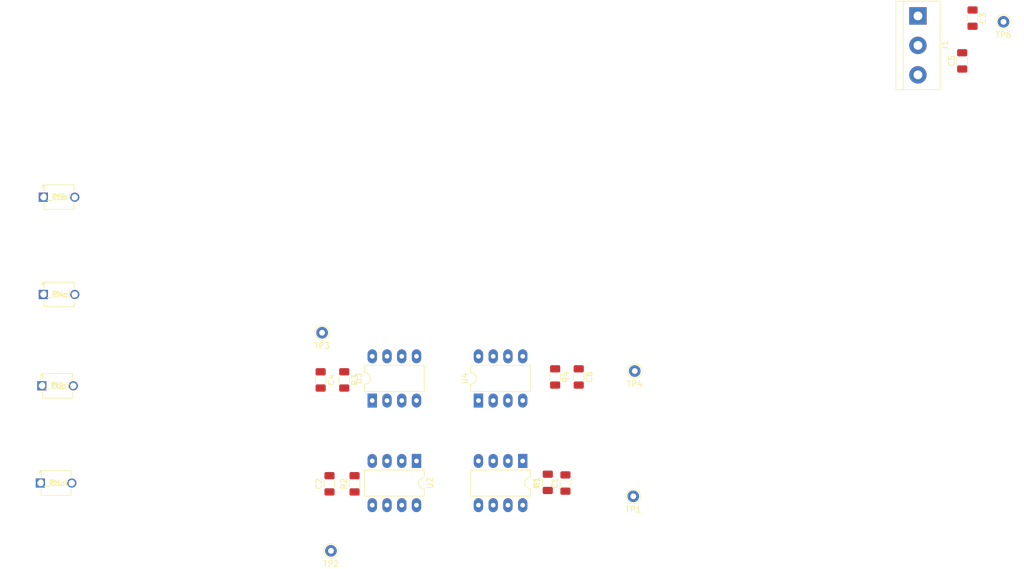
<source format=kicad_pcb>
(kicad_pcb (version 20171130) (host pcbnew 5.1.5+dfsg1-2build2)

  (general
    (thickness 1.6)
    (drawings 0)
    (tracks 0)
    (zones 0)
    (modules 24)
    (nets 24)
  )

  (page A4)
  (layers
    (0 F.Cu signal)
    (31 B.Cu signal)
    (32 B.Adhes user)
    (33 F.Adhes user)
    (34 B.Paste user)
    (35 F.Paste user)
    (36 B.SilkS user)
    (37 F.SilkS user)
    (38 B.Mask user)
    (39 F.Mask user)
    (40 Dwgs.User user)
    (41 Cmts.User user)
    (42 Eco1.User user)
    (43 Eco2.User user)
    (44 Edge.Cuts user)
    (45 Margin user)
    (46 B.CrtYd user)
    (47 F.CrtYd user)
    (48 B.Fab user)
    (49 F.Fab user)
  )

  (setup
    (last_trace_width 0.25)
    (trace_clearance 0.2)
    (zone_clearance 0.508)
    (zone_45_only no)
    (trace_min 0.2)
    (via_size 0.8)
    (via_drill 0.4)
    (via_min_size 0.4)
    (via_min_drill 0.3)
    (uvia_size 0.3)
    (uvia_drill 0.1)
    (uvias_allowed no)
    (uvia_min_size 0.2)
    (uvia_min_drill 0.1)
    (edge_width 0.1)
    (segment_width 0.2)
    (pcb_text_width 0.3)
    (pcb_text_size 1.5 1.5)
    (mod_edge_width 0.15)
    (mod_text_size 1 1)
    (mod_text_width 0.15)
    (pad_size 1.524 1.524)
    (pad_drill 0.762)
    (pad_to_mask_clearance 0)
    (aux_axis_origin 0 0)
    (visible_elements FFFFFF7F)
    (pcbplotparams
      (layerselection 0x010fc_ffffffff)
      (usegerberextensions false)
      (usegerberattributes false)
      (usegerberadvancedattributes false)
      (creategerberjobfile false)
      (excludeedgelayer true)
      (linewidth 0.100000)
      (plotframeref false)
      (viasonmask false)
      (mode 1)
      (useauxorigin false)
      (hpglpennumber 1)
      (hpglpenspeed 20)
      (hpglpendiameter 15.000000)
      (psnegative false)
      (psa4output false)
      (plotreference true)
      (plotvalue true)
      (plotinvisibletext false)
      (padsonsilk false)
      (subtractmaskfromsilk false)
      (outputformat 1)
      (mirror false)
      (drillshape 1)
      (scaleselection 1)
      (outputdirectory ""))
  )

  (net 0 "")
  (net 1 "Net-(C1-Pad2)")
  (net 2 "Net-(C2-Pad2)")
  (net 3 GND)
  (net 4 +VDC)
  (net 5 "Net-(C4-Pad2)")
  (net 6 -VDC)
  (net 7 "Net-(C6-Pad2)")
  (net 8 Vo1)
  (net 9 Vo2)
  (net 10 Vo3)
  (net 11 "Net-(U1-Pad8)")
  (net 12 "Net-(U1-Pad5)")
  (net 13 "Net-(U1-Pad1)")
  (net 14 "Net-(U2-Pad8)")
  (net 15 "Net-(U2-Pad5)")
  (net 16 "Net-(U2-Pad1)")
  (net 17 "Net-(U3-Pad8)")
  (net 18 "Net-(U3-Pad5)")
  (net 19 "Net-(U3-Pad1)")
  (net 20 "Net-(U4-Pad8)")
  (net 21 "Net-(U4-Pad5)")
  (net 22 "Net-(U4-Pad1)")
  (net 23 Vo4)

  (net_class Default "This is the default net class."
    (clearance 0.2)
    (trace_width 0.25)
    (via_dia 0.8)
    (via_drill 0.4)
    (uvia_dia 0.3)
    (uvia_drill 0.1)
    (add_net +VDC)
    (add_net -VDC)
    (add_net GND)
    (add_net "Net-(C1-Pad2)")
    (add_net "Net-(C2-Pad2)")
    (add_net "Net-(C4-Pad2)")
    (add_net "Net-(C6-Pad2)")
    (add_net "Net-(U1-Pad1)")
    (add_net "Net-(U1-Pad5)")
    (add_net "Net-(U1-Pad8)")
    (add_net "Net-(U2-Pad1)")
    (add_net "Net-(U2-Pad5)")
    (add_net "Net-(U2-Pad8)")
    (add_net "Net-(U3-Pad1)")
    (add_net "Net-(U3-Pad5)")
    (add_net "Net-(U3-Pad8)")
    (add_net "Net-(U4-Pad1)")
    (add_net "Net-(U4-Pad5)")
    (add_net "Net-(U4-Pad8)")
    (add_net Vo1)
    (add_net Vo2)
    (add_net Vo3)
    (add_net Vo4)
  )

  (module Package_DIP:DIP-8_W7.62mm_LongPads (layer F.Cu) (tedit 5A02E8C5) (tstamp 612FD6C6)
    (at 132.588 78.486 270)
    (descr "8-lead though-hole mounted DIP package, row spacing 7.62 mm (300 mils), LongPads")
    (tags "THT DIP DIL PDIP 2.54mm 7.62mm 300mil LongPads")
    (path /612FE16E)
    (fp_text reference U1 (at 3.81 -2.33 90) (layer F.SilkS)
      (effects (font (size 1 1) (thickness 0.15)))
    )
    (fp_text value OP07 (at 3.81 9.95 90) (layer F.Fab)
      (effects (font (size 1 1) (thickness 0.15)))
    )
    (fp_text user %R (at 3.81 3.81 90) (layer F.Fab)
      (effects (font (size 1 1) (thickness 0.15)))
    )
    (fp_line (start 9.1 -1.55) (end -1.45 -1.55) (layer F.CrtYd) (width 0.05))
    (fp_line (start 9.1 9.15) (end 9.1 -1.55) (layer F.CrtYd) (width 0.05))
    (fp_line (start -1.45 9.15) (end 9.1 9.15) (layer F.CrtYd) (width 0.05))
    (fp_line (start -1.45 -1.55) (end -1.45 9.15) (layer F.CrtYd) (width 0.05))
    (fp_line (start 6.06 -1.33) (end 4.81 -1.33) (layer F.SilkS) (width 0.12))
    (fp_line (start 6.06 8.95) (end 6.06 -1.33) (layer F.SilkS) (width 0.12))
    (fp_line (start 1.56 8.95) (end 6.06 8.95) (layer F.SilkS) (width 0.12))
    (fp_line (start 1.56 -1.33) (end 1.56 8.95) (layer F.SilkS) (width 0.12))
    (fp_line (start 2.81 -1.33) (end 1.56 -1.33) (layer F.SilkS) (width 0.12))
    (fp_line (start 0.635 -0.27) (end 1.635 -1.27) (layer F.Fab) (width 0.1))
    (fp_line (start 0.635 8.89) (end 0.635 -0.27) (layer F.Fab) (width 0.1))
    (fp_line (start 6.985 8.89) (end 0.635 8.89) (layer F.Fab) (width 0.1))
    (fp_line (start 6.985 -1.27) (end 6.985 8.89) (layer F.Fab) (width 0.1))
    (fp_line (start 1.635 -1.27) (end 6.985 -1.27) (layer F.Fab) (width 0.1))
    (fp_arc (start 3.81 -1.33) (end 2.81 -1.33) (angle -180) (layer F.SilkS) (width 0.12))
    (pad 8 thru_hole oval (at 7.62 0 270) (size 2.4 1.6) (drill 0.8) (layers *.Cu *.Mask)
      (net 11 "Net-(U1-Pad8)"))
    (pad 4 thru_hole oval (at 0 7.62 270) (size 2.4 1.6) (drill 0.8) (layers *.Cu *.Mask)
      (net 6 -VDC))
    (pad 7 thru_hole oval (at 7.62 2.54 270) (size 2.4 1.6) (drill 0.8) (layers *.Cu *.Mask)
      (net 4 +VDC))
    (pad 3 thru_hole oval (at 0 5.08 270) (size 2.4 1.6) (drill 0.8) (layers *.Cu *.Mask)
      (net 3 GND))
    (pad 6 thru_hole oval (at 7.62 5.08 270) (size 2.4 1.6) (drill 0.8) (layers *.Cu *.Mask)
      (net 8 Vo1))
    (pad 2 thru_hole oval (at 0 2.54 270) (size 2.4 1.6) (drill 0.8) (layers *.Cu *.Mask)
      (net 1 "Net-(C1-Pad2)"))
    (pad 5 thru_hole oval (at 7.62 7.62 270) (size 2.4 1.6) (drill 0.8) (layers *.Cu *.Mask)
      (net 12 "Net-(U1-Pad5)"))
    (pad 1 thru_hole rect (at 0 0 270) (size 2.4 1.6) (drill 0.8) (layers *.Cu *.Mask)
      (net 13 "Net-(U1-Pad1)"))
    (model ${KISYS3DMOD}/Package_DIP.3dshapes/DIP-8_W7.62mm.wrl
      (at (xyz 0 0 0))
      (scale (xyz 1 1 1))
      (rotate (xyz 0 0 0))
    )
  )

  (module Resistor_SMD:R_1206_3216Metric (layer F.Cu) (tedit 5B301BBD) (tstamp 612FF0D1)
    (at 138.176 64.008 270)
    (descr "Resistor SMD 1206 (3216 Metric), square (rectangular) end terminal, IPC_7351 nominal, (Body size source: http://www.tortai-tech.com/upload/download/2011102023233369053.pdf), generated with kicad-footprint-generator")
    (tags resistor)
    (path /61342357)
    (attr smd)
    (fp_text reference R4 (at 0 -1.82 90) (layer F.SilkS)
      (effects (font (size 1 1) (thickness 0.15)))
    )
    (fp_text value R (at 0 1.82 90) (layer F.Fab)
      (effects (font (size 1 1) (thickness 0.15)))
    )
    (fp_text user %R (at 0 0 90) (layer F.Fab)
      (effects (font (size 0.8 0.8) (thickness 0.12)))
    )
    (fp_line (start 2.28 1.12) (end -2.28 1.12) (layer F.CrtYd) (width 0.05))
    (fp_line (start 2.28 -1.12) (end 2.28 1.12) (layer F.CrtYd) (width 0.05))
    (fp_line (start -2.28 -1.12) (end 2.28 -1.12) (layer F.CrtYd) (width 0.05))
    (fp_line (start -2.28 1.12) (end -2.28 -1.12) (layer F.CrtYd) (width 0.05))
    (fp_line (start -0.602064 0.91) (end 0.602064 0.91) (layer F.SilkS) (width 0.12))
    (fp_line (start -0.602064 -0.91) (end 0.602064 -0.91) (layer F.SilkS) (width 0.12))
    (fp_line (start 1.6 0.8) (end -1.6 0.8) (layer F.Fab) (width 0.1))
    (fp_line (start 1.6 -0.8) (end 1.6 0.8) (layer F.Fab) (width 0.1))
    (fp_line (start -1.6 -0.8) (end 1.6 -0.8) (layer F.Fab) (width 0.1))
    (fp_line (start -1.6 0.8) (end -1.6 -0.8) (layer F.Fab) (width 0.1))
    (pad 2 smd roundrect (at 1.4 0 270) (size 1.25 1.75) (layers F.Cu F.Paste F.Mask) (roundrect_rratio 0.2)
      (net 7 "Net-(C6-Pad2)"))
    (pad 1 smd roundrect (at -1.4 0 270) (size 1.25 1.75) (layers F.Cu F.Paste F.Mask) (roundrect_rratio 0.2)
      (net 23 Vo4))
    (model ${KISYS3DMOD}/Resistor_SMD.3dshapes/R_1206_3216Metric.wrl
      (at (xyz 0 0 0))
      (scale (xyz 1 1 1))
      (rotate (xyz 0 0 0))
    )
  )

  (module Resistor_SMD:R_1206_3216Metric (layer F.Cu) (tedit 5B301BBD) (tstamp 612FEBBE)
    (at 101.854 64.516 270)
    (descr "Resistor SMD 1206 (3216 Metric), square (rectangular) end terminal, IPC_7351 nominal, (Body size source: http://www.tortai-tech.com/upload/download/2011102023233369053.pdf), generated with kicad-footprint-generator")
    (tags resistor)
    (path /6133D57C)
    (attr smd)
    (fp_text reference R3 (at 0 -1.82 90) (layer F.SilkS)
      (effects (font (size 1 1) (thickness 0.15)))
    )
    (fp_text value R (at 0 1.82 90) (layer F.Fab)
      (effects (font (size 1 1) (thickness 0.15)))
    )
    (fp_text user %R (at 0 0 90) (layer F.Fab)
      (effects (font (size 0.8 0.8) (thickness 0.12)))
    )
    (fp_line (start 2.28 1.12) (end -2.28 1.12) (layer F.CrtYd) (width 0.05))
    (fp_line (start 2.28 -1.12) (end 2.28 1.12) (layer F.CrtYd) (width 0.05))
    (fp_line (start -2.28 -1.12) (end 2.28 -1.12) (layer F.CrtYd) (width 0.05))
    (fp_line (start -2.28 1.12) (end -2.28 -1.12) (layer F.CrtYd) (width 0.05))
    (fp_line (start -0.602064 0.91) (end 0.602064 0.91) (layer F.SilkS) (width 0.12))
    (fp_line (start -0.602064 -0.91) (end 0.602064 -0.91) (layer F.SilkS) (width 0.12))
    (fp_line (start 1.6 0.8) (end -1.6 0.8) (layer F.Fab) (width 0.1))
    (fp_line (start 1.6 -0.8) (end 1.6 0.8) (layer F.Fab) (width 0.1))
    (fp_line (start -1.6 -0.8) (end 1.6 -0.8) (layer F.Fab) (width 0.1))
    (fp_line (start -1.6 0.8) (end -1.6 -0.8) (layer F.Fab) (width 0.1))
    (pad 2 smd roundrect (at 1.4 0 270) (size 1.25 1.75) (layers F.Cu F.Paste F.Mask) (roundrect_rratio 0.2)
      (net 5 "Net-(C4-Pad2)"))
    (pad 1 smd roundrect (at -1.4 0 270) (size 1.25 1.75) (layers F.Cu F.Paste F.Mask) (roundrect_rratio 0.2)
      (net 10 Vo3))
    (model ${KISYS3DMOD}/Resistor_SMD.3dshapes/R_1206_3216Metric.wrl
      (at (xyz 0 0 0))
      (scale (xyz 1 1 1))
      (rotate (xyz 0 0 0))
    )
  )

  (module Resistor_SMD:R_1206_3216Metric (layer F.Cu) (tedit 5B301BBD) (tstamp 612FFAB2)
    (at 103.632 82.426 90)
    (descr "Resistor SMD 1206 (3216 Metric), square (rectangular) end terminal, IPC_7351 nominal, (Body size source: http://www.tortai-tech.com/upload/download/2011102023233369053.pdf), generated with kicad-footprint-generator")
    (tags resistor)
    (path /6133FBE1)
    (attr smd)
    (fp_text reference R2 (at 0 -1.82 90) (layer F.SilkS)
      (effects (font (size 1 1) (thickness 0.15)))
    )
    (fp_text value R (at 0 1.82 90) (layer F.Fab)
      (effects (font (size 1 1) (thickness 0.15)))
    )
    (fp_text user %R (at 0 0 90) (layer F.Fab)
      (effects (font (size 0.8 0.8) (thickness 0.12)))
    )
    (fp_line (start 2.28 1.12) (end -2.28 1.12) (layer F.CrtYd) (width 0.05))
    (fp_line (start 2.28 -1.12) (end 2.28 1.12) (layer F.CrtYd) (width 0.05))
    (fp_line (start -2.28 -1.12) (end 2.28 -1.12) (layer F.CrtYd) (width 0.05))
    (fp_line (start -2.28 1.12) (end -2.28 -1.12) (layer F.CrtYd) (width 0.05))
    (fp_line (start -0.602064 0.91) (end 0.602064 0.91) (layer F.SilkS) (width 0.12))
    (fp_line (start -0.602064 -0.91) (end 0.602064 -0.91) (layer F.SilkS) (width 0.12))
    (fp_line (start 1.6 0.8) (end -1.6 0.8) (layer F.Fab) (width 0.1))
    (fp_line (start 1.6 -0.8) (end 1.6 0.8) (layer F.Fab) (width 0.1))
    (fp_line (start -1.6 -0.8) (end 1.6 -0.8) (layer F.Fab) (width 0.1))
    (fp_line (start -1.6 0.8) (end -1.6 -0.8) (layer F.Fab) (width 0.1))
    (pad 2 smd roundrect (at 1.4 0 90) (size 1.25 1.75) (layers F.Cu F.Paste F.Mask) (roundrect_rratio 0.2)
      (net 2 "Net-(C2-Pad2)"))
    (pad 1 smd roundrect (at -1.4 0 90) (size 1.25 1.75) (layers F.Cu F.Paste F.Mask) (roundrect_rratio 0.2)
      (net 9 Vo2))
    (model ${KISYS3DMOD}/Resistor_SMD.3dshapes/R_1206_3216Metric.wrl
      (at (xyz 0 0 0))
      (scale (xyz 1 1 1))
      (rotate (xyz 0 0 0))
    )
  )

  (module Resistor_SMD:R_1206_3216Metric (layer F.Cu) (tedit 5B301BBD) (tstamp 612FFBBC)
    (at 136.906 82.172 90)
    (descr "Resistor SMD 1206 (3216 Metric), square (rectangular) end terminal, IPC_7351 nominal, (Body size source: http://www.tortai-tech.com/upload/download/2011102023233369053.pdf), generated with kicad-footprint-generator")
    (tags resistor)
    (path /6101FC9B)
    (attr smd)
    (fp_text reference R1 (at 0 -1.82 90) (layer F.SilkS)
      (effects (font (size 1 1) (thickness 0.15)))
    )
    (fp_text value R (at 0 1.82 90) (layer F.Fab)
      (effects (font (size 1 1) (thickness 0.15)))
    )
    (fp_text user %R (at 0 0 90) (layer F.Fab)
      (effects (font (size 0.8 0.8) (thickness 0.12)))
    )
    (fp_line (start 2.28 1.12) (end -2.28 1.12) (layer F.CrtYd) (width 0.05))
    (fp_line (start 2.28 -1.12) (end 2.28 1.12) (layer F.CrtYd) (width 0.05))
    (fp_line (start -2.28 -1.12) (end 2.28 -1.12) (layer F.CrtYd) (width 0.05))
    (fp_line (start -2.28 1.12) (end -2.28 -1.12) (layer F.CrtYd) (width 0.05))
    (fp_line (start -0.602064 0.91) (end 0.602064 0.91) (layer F.SilkS) (width 0.12))
    (fp_line (start -0.602064 -0.91) (end 0.602064 -0.91) (layer F.SilkS) (width 0.12))
    (fp_line (start 1.6 0.8) (end -1.6 0.8) (layer F.Fab) (width 0.1))
    (fp_line (start 1.6 -0.8) (end 1.6 0.8) (layer F.Fab) (width 0.1))
    (fp_line (start -1.6 -0.8) (end 1.6 -0.8) (layer F.Fab) (width 0.1))
    (fp_line (start -1.6 0.8) (end -1.6 -0.8) (layer F.Fab) (width 0.1))
    (pad 2 smd roundrect (at 1.4 0 90) (size 1.25 1.75) (layers F.Cu F.Paste F.Mask) (roundrect_rratio 0.2)
      (net 1 "Net-(C1-Pad2)"))
    (pad 1 smd roundrect (at -1.4 0 90) (size 1.25 1.75) (layers F.Cu F.Paste F.Mask) (roundrect_rratio 0.2)
      (net 8 Vo1))
    (model ${KISYS3DMOD}/Resistor_SMD.3dshapes/R_1206_3216Metric.wrl
      (at (xyz 0 0 0))
      (scale (xyz 1 1 1))
      (rotate (xyz 0 0 0))
    )
  )

  (module Package_DIP:DIP-8_W7.62mm_LongPads (layer F.Cu) (tedit 5A02E8C5) (tstamp 612FD366)
    (at 124.968 68.072 90)
    (descr "8-lead though-hole mounted DIP package, row spacing 7.62 mm (300 mils), LongPads")
    (tags "THT DIP DIL PDIP 2.54mm 7.62mm 300mil LongPads")
    (path /6134235E)
    (fp_text reference U4 (at 3.81 -2.33 90) (layer F.SilkS)
      (effects (font (size 1 1) (thickness 0.15)))
    )
    (fp_text value OP07 (at 3.81 9.95 90) (layer F.Fab)
      (effects (font (size 1 1) (thickness 0.15)))
    )
    (fp_text user %R (at 3.81 3.81) (layer F.Fab)
      (effects (font (size 1 1) (thickness 0.15)))
    )
    (fp_line (start 9.1 -1.55) (end -1.45 -1.55) (layer F.CrtYd) (width 0.05))
    (fp_line (start 9.1 9.15) (end 9.1 -1.55) (layer F.CrtYd) (width 0.05))
    (fp_line (start -1.45 9.15) (end 9.1 9.15) (layer F.CrtYd) (width 0.05))
    (fp_line (start -1.45 -1.55) (end -1.45 9.15) (layer F.CrtYd) (width 0.05))
    (fp_line (start 6.06 -1.33) (end 4.81 -1.33) (layer F.SilkS) (width 0.12))
    (fp_line (start 6.06 8.95) (end 6.06 -1.33) (layer F.SilkS) (width 0.12))
    (fp_line (start 1.56 8.95) (end 6.06 8.95) (layer F.SilkS) (width 0.12))
    (fp_line (start 1.56 -1.33) (end 1.56 8.95) (layer F.SilkS) (width 0.12))
    (fp_line (start 2.81 -1.33) (end 1.56 -1.33) (layer F.SilkS) (width 0.12))
    (fp_line (start 0.635 -0.27) (end 1.635 -1.27) (layer F.Fab) (width 0.1))
    (fp_line (start 0.635 8.89) (end 0.635 -0.27) (layer F.Fab) (width 0.1))
    (fp_line (start 6.985 8.89) (end 0.635 8.89) (layer F.Fab) (width 0.1))
    (fp_line (start 6.985 -1.27) (end 6.985 8.89) (layer F.Fab) (width 0.1))
    (fp_line (start 1.635 -1.27) (end 6.985 -1.27) (layer F.Fab) (width 0.1))
    (fp_arc (start 3.81 -1.33) (end 2.81 -1.33) (angle -180) (layer F.SilkS) (width 0.12))
    (pad 8 thru_hole oval (at 7.62 0 90) (size 2.4 1.6) (drill 0.8) (layers *.Cu *.Mask)
      (net 20 "Net-(U4-Pad8)"))
    (pad 4 thru_hole oval (at 0 7.62 90) (size 2.4 1.6) (drill 0.8) (layers *.Cu *.Mask)
      (net 6 -VDC))
    (pad 7 thru_hole oval (at 7.62 2.54 90) (size 2.4 1.6) (drill 0.8) (layers *.Cu *.Mask)
      (net 4 +VDC))
    (pad 3 thru_hole oval (at 0 5.08 90) (size 2.4 1.6) (drill 0.8) (layers *.Cu *.Mask)
      (net 3 GND))
    (pad 6 thru_hole oval (at 7.62 5.08 90) (size 2.4 1.6) (drill 0.8) (layers *.Cu *.Mask)
      (net 23 Vo4))
    (pad 2 thru_hole oval (at 0 2.54 90) (size 2.4 1.6) (drill 0.8) (layers *.Cu *.Mask)
      (net 7 "Net-(C6-Pad2)"))
    (pad 5 thru_hole oval (at 7.62 7.62 90) (size 2.4 1.6) (drill 0.8) (layers *.Cu *.Mask)
      (net 21 "Net-(U4-Pad5)"))
    (pad 1 thru_hole rect (at 0 0 90) (size 2.4 1.6) (drill 0.8) (layers *.Cu *.Mask)
      (net 22 "Net-(U4-Pad1)"))
    (model ${KISYS3DMOD}/Package_DIP.3dshapes/DIP-8_W7.62mm.wrl
      (at (xyz 0 0 0))
      (scale (xyz 1 1 1))
      (rotate (xyz 0 0 0))
    )
  )

  (module Package_DIP:DIP-8_W7.62mm_LongPads (layer F.Cu) (tedit 5A02E8C5) (tstamp 612FD624)
    (at 106.68 68.072 90)
    (descr "8-lead though-hole mounted DIP package, row spacing 7.62 mm (300 mils), LongPads")
    (tags "THT DIP DIL PDIP 2.54mm 7.62mm 300mil LongPads")
    (path /6133D583)
    (fp_text reference U3 (at 3.81 -2.33 90) (layer F.SilkS)
      (effects (font (size 1 1) (thickness 0.15)))
    )
    (fp_text value OP07 (at 3.81 9.95 90) (layer F.Fab)
      (effects (font (size 1 1) (thickness 0.15)))
    )
    (fp_text user %R (at 3.81 3.81 270) (layer F.Fab)
      (effects (font (size 1 1) (thickness 0.15)))
    )
    (fp_line (start 9.1 -1.55) (end -1.45 -1.55) (layer F.CrtYd) (width 0.05))
    (fp_line (start 9.1 9.15) (end 9.1 -1.55) (layer F.CrtYd) (width 0.05))
    (fp_line (start -1.45 9.15) (end 9.1 9.15) (layer F.CrtYd) (width 0.05))
    (fp_line (start -1.45 -1.55) (end -1.45 9.15) (layer F.CrtYd) (width 0.05))
    (fp_line (start 6.06 -1.33) (end 4.81 -1.33) (layer F.SilkS) (width 0.12))
    (fp_line (start 6.06 8.95) (end 6.06 -1.33) (layer F.SilkS) (width 0.12))
    (fp_line (start 1.56 8.95) (end 6.06 8.95) (layer F.SilkS) (width 0.12))
    (fp_line (start 1.56 -1.33) (end 1.56 8.95) (layer F.SilkS) (width 0.12))
    (fp_line (start 2.81 -1.33) (end 1.56 -1.33) (layer F.SilkS) (width 0.12))
    (fp_line (start 0.635 -0.27) (end 1.635 -1.27) (layer F.Fab) (width 0.1))
    (fp_line (start 0.635 8.89) (end 0.635 -0.27) (layer F.Fab) (width 0.1))
    (fp_line (start 6.985 8.89) (end 0.635 8.89) (layer F.Fab) (width 0.1))
    (fp_line (start 6.985 -1.27) (end 6.985 8.89) (layer F.Fab) (width 0.1))
    (fp_line (start 1.635 -1.27) (end 6.985 -1.27) (layer F.Fab) (width 0.1))
    (fp_arc (start 3.81 -1.33) (end 2.81 -1.33) (angle -180) (layer F.SilkS) (width 0.12))
    (pad 8 thru_hole oval (at 7.62 0 90) (size 2.4 1.6) (drill 0.8) (layers *.Cu *.Mask)
      (net 17 "Net-(U3-Pad8)"))
    (pad 4 thru_hole oval (at 0 7.62 90) (size 2.4 1.6) (drill 0.8) (layers *.Cu *.Mask)
      (net 6 -VDC))
    (pad 7 thru_hole oval (at 7.62 2.54 90) (size 2.4 1.6) (drill 0.8) (layers *.Cu *.Mask)
      (net 4 +VDC))
    (pad 3 thru_hole oval (at 0 5.08 90) (size 2.4 1.6) (drill 0.8) (layers *.Cu *.Mask)
      (net 3 GND))
    (pad 6 thru_hole oval (at 7.62 5.08 90) (size 2.4 1.6) (drill 0.8) (layers *.Cu *.Mask)
      (net 10 Vo3))
    (pad 2 thru_hole oval (at 0 2.54 90) (size 2.4 1.6) (drill 0.8) (layers *.Cu *.Mask)
      (net 5 "Net-(C4-Pad2)"))
    (pad 5 thru_hole oval (at 7.62 7.62 90) (size 2.4 1.6) (drill 0.8) (layers *.Cu *.Mask)
      (net 18 "Net-(U3-Pad5)"))
    (pad 1 thru_hole rect (at 0 0 90) (size 2.4 1.6) (drill 0.8) (layers *.Cu *.Mask)
      (net 19 "Net-(U3-Pad1)"))
    (model ${KISYS3DMOD}/Package_DIP.3dshapes/DIP-8_W7.62mm.wrl
      (at (xyz 0 0 0))
      (scale (xyz 1 1 1))
      (rotate (xyz 0 0 0))
    )
  )

  (module Package_DIP:DIP-8_W7.62mm_LongPads (layer F.Cu) (tedit 5A02E8C5) (tstamp 612FE96D)
    (at 114.3 78.486 270)
    (descr "8-lead though-hole mounted DIP package, row spacing 7.62 mm (300 mils), LongPads")
    (tags "THT DIP DIL PDIP 2.54mm 7.62mm 300mil LongPads")
    (path /6133FBE8)
    (fp_text reference U2 (at 3.81 -2.33 90) (layer F.SilkS)
      (effects (font (size 1 1) (thickness 0.15)))
    )
    (fp_text value OP07 (at 5.334 6.858 180) (layer F.Fab)
      (effects (font (size 1 1) (thickness 0.15)))
    )
    (fp_text user %R (at 3.81 3.81 90) (layer F.Fab)
      (effects (font (size 1 1) (thickness 0.15)))
    )
    (fp_line (start 9.1 -1.55) (end -1.45 -1.55) (layer F.CrtYd) (width 0.05))
    (fp_line (start 9.1 9.15) (end 9.1 -1.55) (layer F.CrtYd) (width 0.05))
    (fp_line (start -1.45 9.15) (end 9.1 9.15) (layer F.CrtYd) (width 0.05))
    (fp_line (start -1.45 -1.55) (end -1.45 9.15) (layer F.CrtYd) (width 0.05))
    (fp_line (start 6.06 -1.33) (end 4.81 -1.33) (layer F.SilkS) (width 0.12))
    (fp_line (start 6.06 8.95) (end 6.06 -1.33) (layer F.SilkS) (width 0.12))
    (fp_line (start 1.56 8.95) (end 6.06 8.95) (layer F.SilkS) (width 0.12))
    (fp_line (start 1.56 -1.33) (end 1.56 8.95) (layer F.SilkS) (width 0.12))
    (fp_line (start 2.81 -1.33) (end 1.56 -1.33) (layer F.SilkS) (width 0.12))
    (fp_line (start 0.635 -0.27) (end 1.635 -1.27) (layer F.Fab) (width 0.1))
    (fp_line (start 0.635 8.89) (end 0.635 -0.27) (layer F.Fab) (width 0.1))
    (fp_line (start 6.985 8.89) (end 0.635 8.89) (layer F.Fab) (width 0.1))
    (fp_line (start 6.985 -1.27) (end 6.985 8.89) (layer F.Fab) (width 0.1))
    (fp_line (start 1.635 -1.27) (end 6.985 -1.27) (layer F.Fab) (width 0.1))
    (fp_arc (start 3.81 -1.33) (end 2.81 -1.33) (angle -180) (layer F.SilkS) (width 0.12))
    (pad 8 thru_hole oval (at 7.62 0 270) (size 2.4 1.6) (drill 0.8) (layers *.Cu *.Mask)
      (net 14 "Net-(U2-Pad8)"))
    (pad 4 thru_hole oval (at 0 7.62 270) (size 2.4 1.6) (drill 0.8) (layers *.Cu *.Mask)
      (net 6 -VDC))
    (pad 7 thru_hole oval (at 7.62 2.54 270) (size 2.4 1.6) (drill 0.8) (layers *.Cu *.Mask)
      (net 4 +VDC))
    (pad 3 thru_hole oval (at 0 5.08 270) (size 2.4 1.6) (drill 0.8) (layers *.Cu *.Mask)
      (net 3 GND))
    (pad 6 thru_hole oval (at 7.62 5.08 270) (size 2.4 1.6) (drill 0.8) (layers *.Cu *.Mask)
      (net 9 Vo2))
    (pad 2 thru_hole oval (at 0 2.54 270) (size 2.4 1.6) (drill 0.8) (layers *.Cu *.Mask)
      (net 2 "Net-(C2-Pad2)"))
    (pad 5 thru_hole oval (at 7.62 7.62 270) (size 2.4 1.6) (drill 0.8) (layers *.Cu *.Mask)
      (net 15 "Net-(U2-Pad5)"))
    (pad 1 thru_hole rect (at 0 0 270) (size 2.4 1.6) (drill 0.8) (layers *.Cu *.Mask)
      (net 16 "Net-(U2-Pad1)"))
    (model ${KISYS3DMOD}/Package_DIP.3dshapes/DIP-8_W7.62mm.wrl
      (at (xyz 0 0 0))
      (scale (xyz 1 1 1))
      (rotate (xyz 0 0 0))
    )
  )

  (module Connector_Pin:Pin_D1.0mm_L10.0mm (layer F.Cu) (tedit 5A1DC084) (tstamp 612FE0C5)
    (at 215.392 2.794)
    (descr "solder Pin_ diameter 1.0mm, hole diameter 1.0mm (press fit), length 10.0mm")
    (tags "solder Pin_ press fit")
    (path /612C0178)
    (fp_text reference TP6 (at 0 2.25) (layer F.SilkS)
      (effects (font (size 1 1) (thickness 0.15)))
    )
    (fp_text value TestPoint (at 0 -2.05) (layer F.Fab)
      (effects (font (size 1 1) (thickness 0.15)))
    )
    (fp_circle (center 0 0) (end 1.25 0.05) (layer F.SilkS) (width 0.12))
    (fp_circle (center 0 0) (end 1 0) (layer F.Fab) (width 0.12))
    (fp_circle (center 0 0) (end 0.5 0) (layer F.Fab) (width 0.12))
    (fp_circle (center 0 0) (end 1.5 0) (layer F.CrtYd) (width 0.05))
    (fp_text user %R (at 0 2.25) (layer F.Fab)
      (effects (font (size 1 1) (thickness 0.15)))
    )
    (pad 1 thru_hole circle (at 0 0) (size 2 2) (drill 1) (layers *.Cu *.Mask)
      (net 3 GND))
    (model ${KISYS3DMOD}/Connector_Pin.3dshapes/Pin_D1.0mm_L10.0mm.wrl
      (at (xyz 0 0 0))
      (scale (xyz 1 1 1))
      (rotate (xyz 0 0 0))
    )
  )

  (module Connector_Pin:Pin_D1.0mm_L10.0mm (layer F.Cu) (tedit 5A1DC084) (tstamp 612FE074)
    (at 151.892 62.992)
    (descr "solder Pin_ diameter 1.0mm, hole diameter 1.0mm (press fit), length 10.0mm")
    (tags "solder Pin_ press fit")
    (path /61257325)
    (fp_text reference TP4 (at 0 2.25) (layer F.SilkS)
      (effects (font (size 1 1) (thickness 0.15)))
    )
    (fp_text value TestPoint (at 0 -2.05) (layer F.Fab)
      (effects (font (size 1 1) (thickness 0.15)))
    )
    (fp_circle (center 0 0) (end 1.25 0.05) (layer F.SilkS) (width 0.12))
    (fp_circle (center 0 0) (end 1 0) (layer F.Fab) (width 0.12))
    (fp_circle (center 0 0) (end 0.5 0) (layer F.Fab) (width 0.12))
    (fp_circle (center 0 0) (end 1.5 0) (layer F.CrtYd) (width 0.05))
    (fp_text user %R (at 0 2.25) (layer F.Fab)
      (effects (font (size 1 1) (thickness 0.15)))
    )
    (pad 1 thru_hole circle (at 0 0) (size 2 2) (drill 1) (layers *.Cu *.Mask)
      (net 23 Vo4))
    (model ${KISYS3DMOD}/Connector_Pin.3dshapes/Pin_D1.0mm_L10.0mm.wrl
      (at (xyz 0 0 0))
      (scale (xyz 1 1 1))
      (rotate (xyz 0 0 0))
    )
  )

  (module Connector_Pin:Pin_D1.0mm_L10.0mm (layer F.Cu) (tedit 5A1DC084) (tstamp 612FE10A)
    (at 98.044 56.388)
    (descr "solder Pin_ diameter 1.0mm, hole diameter 1.0mm (press fit), length 10.0mm")
    (tags "solder Pin_ press fit")
    (path /61253513)
    (fp_text reference TP3 (at 0 2.25) (layer F.SilkS)
      (effects (font (size 1 1) (thickness 0.15)))
    )
    (fp_text value TestPoint (at 0 -2.05) (layer F.Fab)
      (effects (font (size 1 1) (thickness 0.15)))
    )
    (fp_circle (center 0 0) (end 1.25 0.05) (layer F.SilkS) (width 0.12))
    (fp_circle (center 0 0) (end 1 0) (layer F.Fab) (width 0.12))
    (fp_circle (center 0 0) (end 0.5 0) (layer F.Fab) (width 0.12))
    (fp_circle (center 0 0) (end 1.5 0) (layer F.CrtYd) (width 0.05))
    (fp_text user %R (at 0 2.25) (layer F.Fab)
      (effects (font (size 1 1) (thickness 0.15)))
    )
    (pad 1 thru_hole circle (at 0 0) (size 2 2) (drill 1) (layers *.Cu *.Mask)
      (net 10 Vo3))
    (model ${KISYS3DMOD}/Connector_Pin.3dshapes/Pin_D1.0mm_L10.0mm.wrl
      (at (xyz 0 0 0))
      (scale (xyz 1 1 1))
      (rotate (xyz 0 0 0))
    )
  )

  (module Connector_Pin:Pin_D1.0mm_L10.0mm (layer F.Cu) (tedit 5A1DC084) (tstamp 612FE08F)
    (at 99.568 93.98)
    (descr "solder Pin_ diameter 1.0mm, hole diameter 1.0mm (press fit), length 10.0mm")
    (tags "solder Pin_ press fit")
    (path /612516A4)
    (fp_text reference TP2 (at 0 2.25) (layer F.SilkS)
      (effects (font (size 1 1) (thickness 0.15)))
    )
    (fp_text value TestPoint (at 0 -2.05) (layer F.Fab)
      (effects (font (size 1 1) (thickness 0.15)))
    )
    (fp_circle (center 0 0) (end 1.25 0.05) (layer F.SilkS) (width 0.12))
    (fp_circle (center 0 0) (end 1 0) (layer F.Fab) (width 0.12))
    (fp_circle (center 0 0) (end 0.5 0) (layer F.Fab) (width 0.12))
    (fp_circle (center 0 0) (end 1.5 0) (layer F.CrtYd) (width 0.05))
    (fp_text user %R (at 0 2.25) (layer F.Fab)
      (effects (font (size 1 1) (thickness 0.15)))
    )
    (pad 1 thru_hole circle (at 0 0) (size 2 2) (drill 1) (layers *.Cu *.Mask)
      (net 9 Vo2))
    (model ${KISYS3DMOD}/Connector_Pin.3dshapes/Pin_D1.0mm_L10.0mm.wrl
      (at (xyz 0 0 0))
      (scale (xyz 1 1 1))
      (rotate (xyz 0 0 0))
    )
  )

  (module Connector_Pin:Pin_D1.0mm_L10.0mm (layer F.Cu) (tedit 5A1DC084) (tstamp 6130163C)
    (at 151.638 84.582)
    (descr "solder Pin_ diameter 1.0mm, hole diameter 1.0mm (press fit), length 10.0mm")
    (tags "solder Pin_ press fit")
    (path /612150E1)
    (fp_text reference TP1 (at 0 2.25) (layer F.SilkS)
      (effects (font (size 1 1) (thickness 0.15)))
    )
    (fp_text value TestPoint (at 0 -2.05) (layer F.Fab)
      (effects (font (size 1 1) (thickness 0.15)))
    )
    (fp_circle (center 0 0) (end 1.25 0.05) (layer F.SilkS) (width 0.12))
    (fp_circle (center 0 0) (end 1 0) (layer F.Fab) (width 0.12))
    (fp_circle (center 0 0) (end 0.5 0) (layer F.Fab) (width 0.12))
    (fp_circle (center 0 0) (end 1.5 0) (layer F.CrtYd) (width 0.05))
    (fp_text user %R (at 0 2.25) (layer F.Fab)
      (effects (font (size 1 1) (thickness 0.15)))
    )
    (pad 1 thru_hole circle (at 0 0) (size 2 2) (drill 1) (layers *.Cu *.Mask)
      (net 8 Vo1))
    (model ${KISYS3DMOD}/Connector_Pin.3dshapes/Pin_D1.0mm_L10.0mm.wrl
      (at (xyz 0 0 0))
      (scale (xyz 1 1 1))
      (rotate (xyz 0 0 0))
    )
  )

  (module TerminalBlock:TerminalBlock_bornier-3_P5.08mm (layer F.Cu) (tedit 59FF03B9) (tstamp 612FD73C)
    (at 200.66 1.778 270)
    (descr "simple 3-pin terminal block, pitch 5.08mm, revamped version of bornier3")
    (tags "terminal block bornier3")
    (path /611EC91E)
    (fp_text reference J1 (at 5.05 -4.65 90) (layer F.SilkS)
      (effects (font (size 1 1) (thickness 0.15)))
    )
    (fp_text value Conn_01x03_Male (at 5.08 5.08 90) (layer F.Fab)
      (effects (font (size 1 1) (thickness 0.15)))
    )
    (fp_line (start 12.88 4) (end -2.72 4) (layer F.CrtYd) (width 0.05))
    (fp_line (start 12.88 4) (end 12.88 -4) (layer F.CrtYd) (width 0.05))
    (fp_line (start -2.72 -4) (end -2.72 4) (layer F.CrtYd) (width 0.05))
    (fp_line (start -2.72 -4) (end 12.88 -4) (layer F.CrtYd) (width 0.05))
    (fp_line (start -2.54 3.81) (end 12.7 3.81) (layer F.SilkS) (width 0.12))
    (fp_line (start -2.54 -3.81) (end 12.7 -3.81) (layer F.SilkS) (width 0.12))
    (fp_line (start -2.54 2.54) (end 12.7 2.54) (layer F.SilkS) (width 0.12))
    (fp_line (start 12.7 3.81) (end 12.7 -3.81) (layer F.SilkS) (width 0.12))
    (fp_line (start -2.54 3.81) (end -2.54 -3.81) (layer F.SilkS) (width 0.12))
    (fp_line (start -2.47 3.75) (end -2.47 -3.75) (layer F.Fab) (width 0.1))
    (fp_line (start 12.63 3.75) (end -2.47 3.75) (layer F.Fab) (width 0.1))
    (fp_line (start 12.63 -3.75) (end 12.63 3.75) (layer F.Fab) (width 0.1))
    (fp_line (start -2.47 -3.75) (end 12.63 -3.75) (layer F.Fab) (width 0.1))
    (fp_line (start -2.47 2.55) (end 12.63 2.55) (layer F.Fab) (width 0.1))
    (fp_text user %R (at 5.08 0 90) (layer F.Fab)
      (effects (font (size 1 1) (thickness 0.15)))
    )
    (pad 3 thru_hole circle (at 10.16 0 270) (size 3 3) (drill 1.52) (layers *.Cu *.Mask)
      (net 6 -VDC))
    (pad 2 thru_hole circle (at 5.08 0 270) (size 3 3) (drill 1.52) (layers *.Cu *.Mask)
      (net 3 GND))
    (pad 1 thru_hole rect (at 0 0 270) (size 3 3) (drill 1.52) (layers *.Cu *.Mask)
      (net 4 +VDC))
    (model ${KISYS3DMOD}/TerminalBlock.3dshapes/TerminalBlock_bornier-3_P5.08mm.wrl
      (offset (xyz 5.079999923706055 0 0))
      (scale (xyz 1 1 1))
      (rotate (xyz 0 0 0))
    )
  )

  (module Vishay:BPW34 (layer F.Cu) (tedit 0) (tstamp 612FD295)
    (at 50.038 49.784)
    (path /6134234B)
    (fp_text reference D4 (at 2.7051 0) (layer F.SilkS)
      (effects (font (size 1 1) (thickness 0.15)))
    )
    (fp_text value D_Photo (at 2.7051 0) (layer F.SilkS)
      (effects (font (size 1 1) (thickness 0.15)))
    )
    (fp_arc (start 2.7051 -1.9939) (end 2.4003 -1.9939) (angle -180) (layer F.Fab) (width 0.1))
    (fp_arc (start 2.7051 -1.9939) (end 1.888067 -1.9939) (angle -180) (layer F.CrtYd) (width 0.05))
    (fp_line (start 5.4102 1.0414) (end 6.4516 1.0414) (layer F.CrtYd) (width 0.05))
    (fp_line (start 5.4102 2.2479) (end 5.4102 1.0414) (layer F.CrtYd) (width 0.05))
    (fp_line (start 0 2.2479) (end 5.4102 2.2479) (layer F.CrtYd) (width 0.05))
    (fp_line (start 0 1.0414) (end 0 2.2479) (layer F.CrtYd) (width 0.05))
    (fp_line (start -1.0414 1.0414) (end 0 1.0414) (layer F.CrtYd) (width 0.05))
    (fp_line (start -1.0414 -1.0414) (end -1.0414 1.0414) (layer F.CrtYd) (width 0.05))
    (fp_line (start 0 -1.0414) (end -1.0414 -1.0414) (layer F.CrtYd) (width 0.05))
    (fp_line (start 0 -2.2479) (end 0 -1.0414) (layer F.CrtYd) (width 0.05))
    (fp_line (start 5.4102 -2.2479) (end 0 -2.2479) (layer F.CrtYd) (width 0.05))
    (fp_line (start 5.4102 -1.0414) (end 5.4102 -2.2479) (layer F.CrtYd) (width 0.05))
    (fp_line (start 6.4516 -1.0414) (end 5.4102 -1.0414) (layer F.CrtYd) (width 0.05))
    (fp_line (start 6.4516 1.0414) (end 6.4516 -1.0414) (layer F.CrtYd) (width 0.05))
    (fp_line (start 5.2832 -1.112917) (end 5.2832 -2.1209) (layer F.SilkS) (width 0.12))
    (fp_line (start 0.127 1.12014) (end 0.127 2.1209) (layer F.SilkS) (width 0.12))
    (fp_line (start 0.254 -1.9939) (end 0.254 1.9939) (layer F.Fab) (width 0.1))
    (fp_line (start 5.1562 -1.9939) (end 0.254 -1.9939) (layer F.Fab) (width 0.1))
    (fp_line (start 5.1562 1.9939) (end 5.1562 -1.9939) (layer F.Fab) (width 0.1))
    (fp_line (start 0.254 1.9939) (end 5.1562 1.9939) (layer F.Fab) (width 0.1))
    (fp_line (start 0.127 -2.1209) (end 0.127 -1.12014) (layer F.SilkS) (width 0.12))
    (fp_line (start 5.2832 -2.1209) (end 0.127 -2.1209) (layer F.SilkS) (width 0.12))
    (fp_line (start 5.2832 2.1209) (end 5.2832 1.112917) (layer F.SilkS) (width 0.12))
    (fp_line (start 0.127 2.1209) (end 5.2832 2.1209) (layer F.SilkS) (width 0.12))
    (fp_line (start 5.9436 -0.5334) (end 5.1562 -0.5334) (layer F.Fab) (width 0.1))
    (fp_line (start 5.9436 0.5334) (end 5.9436 -0.5334) (layer F.Fab) (width 0.1))
    (fp_line (start 5.1562 0.5334) (end 5.9436 0.5334) (layer F.Fab) (width 0.1))
    (fp_line (start 5.1562 -0.5334) (end 5.1562 0.5334) (layer F.Fab) (width 0.1))
    (fp_line (start -0.5334 0.5334) (end 0.254 0.5334) (layer F.Fab) (width 0.1))
    (fp_line (start -0.5334 -0.5334) (end -0.5334 0.5334) (layer F.Fab) (width 0.1))
    (fp_line (start 0.254 -0.5334) (end -0.5334 -0.5334) (layer F.Fab) (width 0.1))
    (fp_line (start 0.254 0.5334) (end 0.254 -0.5334) (layer F.Fab) (width 0.1))
    (fp_text user * (at 0 -1.5494) (layer F.SilkS)
      (effects (font (size 1 1) (thickness 0.15)))
    )
    (fp_text user * (at 0.508 0) (layer F.Fab)
      (effects (font (size 1 1) (thickness 0.15)))
    )
    (fp_text user 0.062in/1.575mm (at 0 4.4069) (layer Dwgs.User)
      (effects (font (size 1 1) (thickness 0.15)))
    )
    (fp_text user 0.213in/5.41mm (at 2.7051 -4.4069) (layer Dwgs.User)
      (effects (font (size 1 1) (thickness 0.15)))
    )
    (fp_text user 0.062in/1.575mm (at 8.4582 0) (layer Dwgs.User)
      (effects (font (size 1 1) (thickness 0.15)))
    )
    (fp_text user 0in/0mm (at -3.048 0) (layer Dwgs.User)
      (effects (font (size 1 1) (thickness 0.15)))
    )
    (fp_text user * (at 0.508 0) (layer F.Fab)
      (effects (font (size 1 1) (thickness 0.15)))
    )
    (fp_text user * (at 0 -1.5494) (layer F.SilkS)
      (effects (font (size 1 1) (thickness 0.15)))
    )
    (fp_text user "Copyright 2021 Accelerated Designs. All rights reserved." (at 0 0) (layer Cmts.User)
      (effects (font (size 0.127 0.127) (thickness 0.002)))
    )
    (pad 2 thru_hole circle (at 5.4102 0) (size 1.5748 1.5748) (drill 1.0668) (layers *.Cu *.Mask)
      (net 7 "Net-(C6-Pad2)"))
    (pad 1 thru_hole rect (at 0 0) (size 1.5748 1.5748) (drill 1.0668) (layers *.Cu *.Mask)
      (net 4 +VDC))
  )

  (module Vishay:BPW34 (layer F.Cu) (tedit 0) (tstamp 612FD53E)
    (at 50.038 33.02)
    (path /6133D570)
    (fp_text reference D3 (at 2.7051 0) (layer F.SilkS)
      (effects (font (size 1 1) (thickness 0.15)))
    )
    (fp_text value D_Photo (at 2.7051 0) (layer F.SilkS)
      (effects (font (size 1 1) (thickness 0.15)))
    )
    (fp_arc (start 2.7051 -1.9939) (end 2.4003 -1.9939) (angle -180) (layer F.Fab) (width 0.1))
    (fp_arc (start 2.7051 -1.9939) (end 1.888067 -1.9939) (angle -180) (layer F.CrtYd) (width 0.05))
    (fp_line (start 5.4102 1.0414) (end 6.4516 1.0414) (layer F.CrtYd) (width 0.05))
    (fp_line (start 5.4102 2.2479) (end 5.4102 1.0414) (layer F.CrtYd) (width 0.05))
    (fp_line (start 0 2.2479) (end 5.4102 2.2479) (layer F.CrtYd) (width 0.05))
    (fp_line (start 0 1.0414) (end 0 2.2479) (layer F.CrtYd) (width 0.05))
    (fp_line (start -1.0414 1.0414) (end 0 1.0414) (layer F.CrtYd) (width 0.05))
    (fp_line (start -1.0414 -1.0414) (end -1.0414 1.0414) (layer F.CrtYd) (width 0.05))
    (fp_line (start 0 -1.0414) (end -1.0414 -1.0414) (layer F.CrtYd) (width 0.05))
    (fp_line (start 0 -2.2479) (end 0 -1.0414) (layer F.CrtYd) (width 0.05))
    (fp_line (start 5.4102 -2.2479) (end 0 -2.2479) (layer F.CrtYd) (width 0.05))
    (fp_line (start 5.4102 -1.0414) (end 5.4102 -2.2479) (layer F.CrtYd) (width 0.05))
    (fp_line (start 6.4516 -1.0414) (end 5.4102 -1.0414) (layer F.CrtYd) (width 0.05))
    (fp_line (start 6.4516 1.0414) (end 6.4516 -1.0414) (layer F.CrtYd) (width 0.05))
    (fp_line (start 5.2832 -1.112917) (end 5.2832 -2.1209) (layer F.SilkS) (width 0.12))
    (fp_line (start 0.127 1.12014) (end 0.127 2.1209) (layer F.SilkS) (width 0.12))
    (fp_line (start 0.254 -1.9939) (end 0.254 1.9939) (layer F.Fab) (width 0.1))
    (fp_line (start 5.1562 -1.9939) (end 0.254 -1.9939) (layer F.Fab) (width 0.1))
    (fp_line (start 5.1562 1.9939) (end 5.1562 -1.9939) (layer F.Fab) (width 0.1))
    (fp_line (start 0.254 1.9939) (end 5.1562 1.9939) (layer F.Fab) (width 0.1))
    (fp_line (start 0.127 -2.1209) (end 0.127 -1.12014) (layer F.SilkS) (width 0.12))
    (fp_line (start 5.2832 -2.1209) (end 0.127 -2.1209) (layer F.SilkS) (width 0.12))
    (fp_line (start 5.2832 2.1209) (end 5.2832 1.112917) (layer F.SilkS) (width 0.12))
    (fp_line (start 0.127 2.1209) (end 5.2832 2.1209) (layer F.SilkS) (width 0.12))
    (fp_line (start 5.9436 -0.5334) (end 5.1562 -0.5334) (layer F.Fab) (width 0.1))
    (fp_line (start 5.9436 0.5334) (end 5.9436 -0.5334) (layer F.Fab) (width 0.1))
    (fp_line (start 5.1562 0.5334) (end 5.9436 0.5334) (layer F.Fab) (width 0.1))
    (fp_line (start 5.1562 -0.5334) (end 5.1562 0.5334) (layer F.Fab) (width 0.1))
    (fp_line (start -0.5334 0.5334) (end 0.254 0.5334) (layer F.Fab) (width 0.1))
    (fp_line (start -0.5334 -0.5334) (end -0.5334 0.5334) (layer F.Fab) (width 0.1))
    (fp_line (start 0.254 -0.5334) (end -0.5334 -0.5334) (layer F.Fab) (width 0.1))
    (fp_line (start 0.254 0.5334) (end 0.254 -0.5334) (layer F.Fab) (width 0.1))
    (fp_text user * (at 0 -1.5494) (layer F.SilkS)
      (effects (font (size 1 1) (thickness 0.15)))
    )
    (fp_text user * (at 0.508 0) (layer F.Fab)
      (effects (font (size 1 1) (thickness 0.15)))
    )
    (fp_text user 0.062in/1.575mm (at 0 4.4069) (layer Dwgs.User)
      (effects (font (size 1 1) (thickness 0.15)))
    )
    (fp_text user 0.213in/5.41mm (at 2.7051 -4.4069) (layer Dwgs.User)
      (effects (font (size 1 1) (thickness 0.15)))
    )
    (fp_text user 0.062in/1.575mm (at 8.4582 0) (layer Dwgs.User)
      (effects (font (size 1 1) (thickness 0.15)))
    )
    (fp_text user 0in/0mm (at -3.048 0) (layer Dwgs.User)
      (effects (font (size 1 1) (thickness 0.15)))
    )
    (fp_text user * (at 0.508 0) (layer F.Fab)
      (effects (font (size 1 1) (thickness 0.15)))
    )
    (fp_text user * (at 0 -1.5494) (layer F.SilkS)
      (effects (font (size 1 1) (thickness 0.15)))
    )
    (fp_text user "Copyright 2021 Accelerated Designs. All rights reserved." (at 0 0) (layer Cmts.User)
      (effects (font (size 0.127 0.127) (thickness 0.002)))
    )
    (pad 2 thru_hole circle (at 5.4102 0) (size 1.5748 1.5748) (drill 1.0668) (layers *.Cu *.Mask)
      (net 5 "Net-(C4-Pad2)"))
    (pad 1 thru_hole rect (at 0 0) (size 1.5748 1.5748) (drill 1.0668) (layers *.Cu *.Mask)
      (net 4 +VDC))
  )

  (module Vishay:BPW34 (layer F.Cu) (tedit 0) (tstamp 612FD88A)
    (at 49.784 65.532)
    (path /6133FBD5)
    (fp_text reference D2 (at 2.7051 0) (layer F.SilkS)
      (effects (font (size 1 1) (thickness 0.15)))
    )
    (fp_text value D_Photo (at 2.7051 0) (layer F.SilkS)
      (effects (font (size 1 1) (thickness 0.15)))
    )
    (fp_arc (start 2.7051 -1.9939) (end 2.4003 -1.9939) (angle -180) (layer F.Fab) (width 0.1))
    (fp_arc (start 2.7051 -1.9939) (end 1.888067 -1.9939) (angle -180) (layer F.CrtYd) (width 0.05))
    (fp_line (start 5.4102 1.0414) (end 6.4516 1.0414) (layer F.CrtYd) (width 0.05))
    (fp_line (start 5.4102 2.2479) (end 5.4102 1.0414) (layer F.CrtYd) (width 0.05))
    (fp_line (start 0 2.2479) (end 5.4102 2.2479) (layer F.CrtYd) (width 0.05))
    (fp_line (start 0 1.0414) (end 0 2.2479) (layer F.CrtYd) (width 0.05))
    (fp_line (start -1.0414 1.0414) (end 0 1.0414) (layer F.CrtYd) (width 0.05))
    (fp_line (start -1.0414 -1.0414) (end -1.0414 1.0414) (layer F.CrtYd) (width 0.05))
    (fp_line (start 0 -1.0414) (end -1.0414 -1.0414) (layer F.CrtYd) (width 0.05))
    (fp_line (start 0 -2.2479) (end 0 -1.0414) (layer F.CrtYd) (width 0.05))
    (fp_line (start 5.4102 -2.2479) (end 0 -2.2479) (layer F.CrtYd) (width 0.05))
    (fp_line (start 5.4102 -1.0414) (end 5.4102 -2.2479) (layer F.CrtYd) (width 0.05))
    (fp_line (start 6.4516 -1.0414) (end 5.4102 -1.0414) (layer F.CrtYd) (width 0.05))
    (fp_line (start 6.4516 1.0414) (end 6.4516 -1.0414) (layer F.CrtYd) (width 0.05))
    (fp_line (start 5.2832 -1.112917) (end 5.2832 -2.1209) (layer F.SilkS) (width 0.12))
    (fp_line (start 0.127 1.12014) (end 0.127 2.1209) (layer F.SilkS) (width 0.12))
    (fp_line (start 0.254 -1.9939) (end 0.254 1.9939) (layer F.Fab) (width 0.1))
    (fp_line (start 5.1562 -1.9939) (end 0.254 -1.9939) (layer F.Fab) (width 0.1))
    (fp_line (start 5.1562 1.9939) (end 5.1562 -1.9939) (layer F.Fab) (width 0.1))
    (fp_line (start 0.254 1.9939) (end 5.1562 1.9939) (layer F.Fab) (width 0.1))
    (fp_line (start 0.127 -2.1209) (end 0.127 -1.12014) (layer F.SilkS) (width 0.12))
    (fp_line (start 5.2832 -2.1209) (end 0.127 -2.1209) (layer F.SilkS) (width 0.12))
    (fp_line (start 5.2832 2.1209) (end 5.2832 1.112917) (layer F.SilkS) (width 0.12))
    (fp_line (start 0.127 2.1209) (end 5.2832 2.1209) (layer F.SilkS) (width 0.12))
    (fp_line (start 5.9436 -0.5334) (end 5.1562 -0.5334) (layer F.Fab) (width 0.1))
    (fp_line (start 5.9436 0.5334) (end 5.9436 -0.5334) (layer F.Fab) (width 0.1))
    (fp_line (start 5.1562 0.5334) (end 5.9436 0.5334) (layer F.Fab) (width 0.1))
    (fp_line (start 5.1562 -0.5334) (end 5.1562 0.5334) (layer F.Fab) (width 0.1))
    (fp_line (start -0.5334 0.5334) (end 0.254 0.5334) (layer F.Fab) (width 0.1))
    (fp_line (start -0.5334 -0.5334) (end -0.5334 0.5334) (layer F.Fab) (width 0.1))
    (fp_line (start 0.254 -0.5334) (end -0.5334 -0.5334) (layer F.Fab) (width 0.1))
    (fp_line (start 0.254 0.5334) (end 0.254 -0.5334) (layer F.Fab) (width 0.1))
    (fp_text user * (at 0 -1.5494) (layer F.SilkS)
      (effects (font (size 1 1) (thickness 0.15)))
    )
    (fp_text user * (at 0.508 0) (layer F.Fab)
      (effects (font (size 1 1) (thickness 0.15)))
    )
    (fp_text user 0.062in/1.575mm (at 0 4.4069) (layer Dwgs.User)
      (effects (font (size 1 1) (thickness 0.15)))
    )
    (fp_text user 0.213in/5.41mm (at 2.7051 -4.4069) (layer Dwgs.User)
      (effects (font (size 1 1) (thickness 0.15)))
    )
    (fp_text user 0.062in/1.575mm (at 8.4582 0) (layer Dwgs.User)
      (effects (font (size 1 1) (thickness 0.15)))
    )
    (fp_text user 0in/0mm (at -3.048 0) (layer Dwgs.User)
      (effects (font (size 1 1) (thickness 0.15)))
    )
    (fp_text user * (at 0.508 0) (layer F.Fab)
      (effects (font (size 1 1) (thickness 0.15)))
    )
    (fp_text user * (at 0 -1.5494) (layer F.SilkS)
      (effects (font (size 1 1) (thickness 0.15)))
    )
    (fp_text user "Copyright 2021 Accelerated Designs. All rights reserved." (at 0 0) (layer Cmts.User)
      (effects (font (size 0.127 0.127) (thickness 0.002)))
    )
    (pad 2 thru_hole circle (at 5.4102 0) (size 1.5748 1.5748) (drill 1.0668) (layers *.Cu *.Mask)
      (net 2 "Net-(C2-Pad2)"))
    (pad 1 thru_hole rect (at 0 0) (size 1.5748 1.5748) (drill 1.0668) (layers *.Cu *.Mask)
      (net 4 +VDC))
  )

  (module Vishay:BPW34 (layer F.Cu) (tedit 0) (tstamp 612FD400)
    (at 49.53 82.296)
    (path /61020749)
    (fp_text reference D1 (at 2.7051 0) (layer F.SilkS)
      (effects (font (size 1 1) (thickness 0.15)))
    )
    (fp_text value D_Photo (at 2.7051 0) (layer F.SilkS)
      (effects (font (size 1 1) (thickness 0.15)))
    )
    (fp_arc (start 2.7051 -1.9939) (end 2.4003 -1.9939) (angle -180) (layer F.Fab) (width 0.1))
    (fp_arc (start 2.7051 -1.9939) (end 1.888067 -1.9939) (angle -180) (layer F.CrtYd) (width 0.05))
    (fp_line (start 5.4102 1.0414) (end 6.4516 1.0414) (layer F.CrtYd) (width 0.05))
    (fp_line (start 5.4102 2.2479) (end 5.4102 1.0414) (layer F.CrtYd) (width 0.05))
    (fp_line (start 0 2.2479) (end 5.4102 2.2479) (layer F.CrtYd) (width 0.05))
    (fp_line (start 0 1.0414) (end 0 2.2479) (layer F.CrtYd) (width 0.05))
    (fp_line (start -1.0414 1.0414) (end 0 1.0414) (layer F.CrtYd) (width 0.05))
    (fp_line (start -1.0414 -1.0414) (end -1.0414 1.0414) (layer F.CrtYd) (width 0.05))
    (fp_line (start 0 -1.0414) (end -1.0414 -1.0414) (layer F.CrtYd) (width 0.05))
    (fp_line (start 0 -2.2479) (end 0 -1.0414) (layer F.CrtYd) (width 0.05))
    (fp_line (start 5.4102 -2.2479) (end 0 -2.2479) (layer F.CrtYd) (width 0.05))
    (fp_line (start 5.4102 -1.0414) (end 5.4102 -2.2479) (layer F.CrtYd) (width 0.05))
    (fp_line (start 6.4516 -1.0414) (end 5.4102 -1.0414) (layer F.CrtYd) (width 0.05))
    (fp_line (start 6.4516 1.0414) (end 6.4516 -1.0414) (layer F.CrtYd) (width 0.05))
    (fp_line (start 5.2832 -1.112917) (end 5.2832 -2.1209) (layer F.SilkS) (width 0.12))
    (fp_line (start 0.127 1.12014) (end 0.127 2.1209) (layer F.SilkS) (width 0.12))
    (fp_line (start 0.254 -1.9939) (end 0.254 1.9939) (layer F.Fab) (width 0.1))
    (fp_line (start 5.1562 -1.9939) (end 0.254 -1.9939) (layer F.Fab) (width 0.1))
    (fp_line (start 5.1562 1.9939) (end 5.1562 -1.9939) (layer F.Fab) (width 0.1))
    (fp_line (start 0.254 1.9939) (end 5.1562 1.9939) (layer F.Fab) (width 0.1))
    (fp_line (start 0.127 -2.1209) (end 0.127 -1.12014) (layer F.SilkS) (width 0.12))
    (fp_line (start 5.2832 -2.1209) (end 0.127 -2.1209) (layer F.SilkS) (width 0.12))
    (fp_line (start 5.2832 2.1209) (end 5.2832 1.112917) (layer F.SilkS) (width 0.12))
    (fp_line (start 0.127 2.1209) (end 5.2832 2.1209) (layer F.SilkS) (width 0.12))
    (fp_line (start 5.9436 -0.5334) (end 5.1562 -0.5334) (layer F.Fab) (width 0.1))
    (fp_line (start 5.9436 0.5334) (end 5.9436 -0.5334) (layer F.Fab) (width 0.1))
    (fp_line (start 5.1562 0.5334) (end 5.9436 0.5334) (layer F.Fab) (width 0.1))
    (fp_line (start 5.1562 -0.5334) (end 5.1562 0.5334) (layer F.Fab) (width 0.1))
    (fp_line (start -0.5334 0.5334) (end 0.254 0.5334) (layer F.Fab) (width 0.1))
    (fp_line (start -0.5334 -0.5334) (end -0.5334 0.5334) (layer F.Fab) (width 0.1))
    (fp_line (start 0.254 -0.5334) (end -0.5334 -0.5334) (layer F.Fab) (width 0.1))
    (fp_line (start 0.254 0.5334) (end 0.254 -0.5334) (layer F.Fab) (width 0.1))
    (fp_text user * (at 0 -1.5494) (layer F.SilkS)
      (effects (font (size 1 1) (thickness 0.15)))
    )
    (fp_text user * (at 0.508 0) (layer F.Fab)
      (effects (font (size 1 1) (thickness 0.15)))
    )
    (fp_text user 0.062in/1.575mm (at 0 4.4069) (layer Dwgs.User)
      (effects (font (size 1 1) (thickness 0.15)))
    )
    (fp_text user 0.213in/5.41mm (at 2.7051 -4.4069) (layer Dwgs.User)
      (effects (font (size 1 1) (thickness 0.15)))
    )
    (fp_text user 0.062in/1.575mm (at 8.4582 0) (layer Dwgs.User)
      (effects (font (size 1 1) (thickness 0.15)))
    )
    (fp_text user 0in/0mm (at -3.048 0) (layer Dwgs.User)
      (effects (font (size 1 1) (thickness 0.15)))
    )
    (fp_text user * (at 0.508 0) (layer F.Fab)
      (effects (font (size 1 1) (thickness 0.15)))
    )
    (fp_text user * (at 0 -1.5494) (layer F.SilkS)
      (effects (font (size 1 1) (thickness 0.15)))
    )
    (fp_text user "Copyright 2021 Accelerated Designs. All rights reserved." (at 0 0) (layer Cmts.User)
      (effects (font (size 0.127 0.127) (thickness 0.002)))
    )
    (pad 2 thru_hole circle (at 5.4102 0) (size 1.5748 1.5748) (drill 1.0668) (layers *.Cu *.Mask)
      (net 1 "Net-(C1-Pad2)"))
    (pad 1 thru_hole rect (at 0 0) (size 1.5748 1.5748) (drill 1.0668) (layers *.Cu *.Mask)
      (net 4 +VDC))
  )

  (module Capacitor_SMD:C_1206_3216Metric (layer F.Cu) (tedit 5B301BBE) (tstamp 612FEF3D)
    (at 142.24 64.008 270)
    (descr "Capacitor SMD 1206 (3216 Metric), square (rectangular) end terminal, IPC_7351 nominal, (Body size source: http://www.tortai-tech.com/upload/download/2011102023233369053.pdf), generated with kicad-footprint-generator")
    (tags capacitor)
    (path /61342351)
    (attr smd)
    (fp_text reference C6 (at 0 -1.82 90) (layer F.SilkS)
      (effects (font (size 1 1) (thickness 0.15)))
    )
    (fp_text value C (at 0 1.82 90) (layer F.Fab)
      (effects (font (size 1 1) (thickness 0.15)))
    )
    (fp_text user %R (at 0 0 90) (layer F.Fab)
      (effects (font (size 0.8 0.8) (thickness 0.12)))
    )
    (fp_line (start 2.28 1.12) (end -2.28 1.12) (layer F.CrtYd) (width 0.05))
    (fp_line (start 2.28 -1.12) (end 2.28 1.12) (layer F.CrtYd) (width 0.05))
    (fp_line (start -2.28 -1.12) (end 2.28 -1.12) (layer F.CrtYd) (width 0.05))
    (fp_line (start -2.28 1.12) (end -2.28 -1.12) (layer F.CrtYd) (width 0.05))
    (fp_line (start -0.602064 0.91) (end 0.602064 0.91) (layer F.SilkS) (width 0.12))
    (fp_line (start -0.602064 -0.91) (end 0.602064 -0.91) (layer F.SilkS) (width 0.12))
    (fp_line (start 1.6 0.8) (end -1.6 0.8) (layer F.Fab) (width 0.1))
    (fp_line (start 1.6 -0.8) (end 1.6 0.8) (layer F.Fab) (width 0.1))
    (fp_line (start -1.6 -0.8) (end 1.6 -0.8) (layer F.Fab) (width 0.1))
    (fp_line (start -1.6 0.8) (end -1.6 -0.8) (layer F.Fab) (width 0.1))
    (pad 2 smd roundrect (at 1.4 0 270) (size 1.25 1.75) (layers F.Cu F.Paste F.Mask) (roundrect_rratio 0.2)
      (net 7 "Net-(C6-Pad2)"))
    (pad 1 smd roundrect (at -1.4 0 270) (size 1.25 1.75) (layers F.Cu F.Paste F.Mask) (roundrect_rratio 0.2)
      (net 23 Vo4))
    (model ${KISYS3DMOD}/Capacitor_SMD.3dshapes/C_1206_3216Metric.wrl
      (at (xyz 0 0 0))
      (scale (xyz 1 1 1))
      (rotate (xyz 0 0 0))
    )
  )

  (module Capacitor_SMD:C_1206_3216Metric (layer F.Cu) (tedit 5B301BBE) (tstamp 612FED26)
    (at 208.28 9.528 90)
    (descr "Capacitor SMD 1206 (3216 Metric), square (rectangular) end terminal, IPC_7351 nominal, (Body size source: http://www.tortai-tech.com/upload/download/2011102023233369053.pdf), generated with kicad-footprint-generator")
    (tags capacitor)
    (path /611238C8)
    (attr smd)
    (fp_text reference C5 (at 0 -1.82 90) (layer F.SilkS)
      (effects (font (size 1 1) (thickness 0.15)))
    )
    (fp_text value C (at 0 1.82 90) (layer F.Fab)
      (effects (font (size 1 1) (thickness 0.15)))
    )
    (fp_text user %R (at 0 0 90) (layer F.Fab)
      (effects (font (size 0.8 0.8) (thickness 0.12)))
    )
    (fp_line (start 2.28 1.12) (end -2.28 1.12) (layer F.CrtYd) (width 0.05))
    (fp_line (start 2.28 -1.12) (end 2.28 1.12) (layer F.CrtYd) (width 0.05))
    (fp_line (start -2.28 -1.12) (end 2.28 -1.12) (layer F.CrtYd) (width 0.05))
    (fp_line (start -2.28 1.12) (end -2.28 -1.12) (layer F.CrtYd) (width 0.05))
    (fp_line (start -0.602064 0.91) (end 0.602064 0.91) (layer F.SilkS) (width 0.12))
    (fp_line (start -0.602064 -0.91) (end 0.602064 -0.91) (layer F.SilkS) (width 0.12))
    (fp_line (start 1.6 0.8) (end -1.6 0.8) (layer F.Fab) (width 0.1))
    (fp_line (start 1.6 -0.8) (end 1.6 0.8) (layer F.Fab) (width 0.1))
    (fp_line (start -1.6 -0.8) (end 1.6 -0.8) (layer F.Fab) (width 0.1))
    (fp_line (start -1.6 0.8) (end -1.6 -0.8) (layer F.Fab) (width 0.1))
    (pad 2 smd roundrect (at 1.4 0 90) (size 1.25 1.75) (layers F.Cu F.Paste F.Mask) (roundrect_rratio 0.2)
      (net 3 GND))
    (pad 1 smd roundrect (at -1.4 0 90) (size 1.25 1.75) (layers F.Cu F.Paste F.Mask) (roundrect_rratio 0.2)
      (net 6 -VDC))
    (model ${KISYS3DMOD}/Capacitor_SMD.3dshapes/C_1206_3216Metric.wrl
      (at (xyz 0 0 0))
      (scale (xyz 1 1 1))
      (rotate (xyz 0 0 0))
    )
  )

  (module Capacitor_SMD:C_1206_3216Metric (layer F.Cu) (tedit 5B301BBE) (tstamp 612FDF91)
    (at 97.79 64.516 270)
    (descr "Capacitor SMD 1206 (3216 Metric), square (rectangular) end terminal, IPC_7351 nominal, (Body size source: http://www.tortai-tech.com/upload/download/2011102023233369053.pdf), generated with kicad-footprint-generator")
    (tags capacitor)
    (path /6133D576)
    (attr smd)
    (fp_text reference C4 (at 0 -1.82 90) (layer F.SilkS)
      (effects (font (size 1 1) (thickness 0.15)))
    )
    (fp_text value C (at 0 1.82 90) (layer F.Fab)
      (effects (font (size 1 1) (thickness 0.15)))
    )
    (fp_text user %R (at 0 0 90) (layer F.Fab)
      (effects (font (size 0.8 0.8) (thickness 0.12)))
    )
    (fp_line (start 2.28 1.12) (end -2.28 1.12) (layer F.CrtYd) (width 0.05))
    (fp_line (start 2.28 -1.12) (end 2.28 1.12) (layer F.CrtYd) (width 0.05))
    (fp_line (start -2.28 -1.12) (end 2.28 -1.12) (layer F.CrtYd) (width 0.05))
    (fp_line (start -2.28 1.12) (end -2.28 -1.12) (layer F.CrtYd) (width 0.05))
    (fp_line (start -0.602064 0.91) (end 0.602064 0.91) (layer F.SilkS) (width 0.12))
    (fp_line (start -0.602064 -0.91) (end 0.602064 -0.91) (layer F.SilkS) (width 0.12))
    (fp_line (start 1.6 0.8) (end -1.6 0.8) (layer F.Fab) (width 0.1))
    (fp_line (start 1.6 -0.8) (end 1.6 0.8) (layer F.Fab) (width 0.1))
    (fp_line (start -1.6 -0.8) (end 1.6 -0.8) (layer F.Fab) (width 0.1))
    (fp_line (start -1.6 0.8) (end -1.6 -0.8) (layer F.Fab) (width 0.1))
    (pad 2 smd roundrect (at 1.4 0 270) (size 1.25 1.75) (layers F.Cu F.Paste F.Mask) (roundrect_rratio 0.2)
      (net 5 "Net-(C4-Pad2)"))
    (pad 1 smd roundrect (at -1.4 0 270) (size 1.25 1.75) (layers F.Cu F.Paste F.Mask) (roundrect_rratio 0.2)
      (net 10 Vo3))
    (model ${KISYS3DMOD}/Capacitor_SMD.3dshapes/C_1206_3216Metric.wrl
      (at (xyz 0 0 0))
      (scale (xyz 1 1 1))
      (rotate (xyz 0 0 0))
    )
  )

  (module Capacitor_SMD:C_1206_3216Metric (layer F.Cu) (tedit 5B301BBE) (tstamp 612FED77)
    (at 210.058 2.156 270)
    (descr "Capacitor SMD 1206 (3216 Metric), square (rectangular) end terminal, IPC_7351 nominal, (Body size source: http://www.tortai-tech.com/upload/download/2011102023233369053.pdf), generated with kicad-footprint-generator")
    (tags capacitor)
    (path /61354575)
    (attr smd)
    (fp_text reference C3 (at 0 -1.82 90) (layer F.SilkS)
      (effects (font (size 1 1) (thickness 0.15)))
    )
    (fp_text value C (at 0 1.82 90) (layer F.Fab)
      (effects (font (size 1 1) (thickness 0.15)))
    )
    (fp_text user %R (at 0 0 90) (layer F.Fab)
      (effects (font (size 0.8 0.8) (thickness 0.12)))
    )
    (fp_line (start 2.28 1.12) (end -2.28 1.12) (layer F.CrtYd) (width 0.05))
    (fp_line (start 2.28 -1.12) (end 2.28 1.12) (layer F.CrtYd) (width 0.05))
    (fp_line (start -2.28 -1.12) (end 2.28 -1.12) (layer F.CrtYd) (width 0.05))
    (fp_line (start -2.28 1.12) (end -2.28 -1.12) (layer F.CrtYd) (width 0.05))
    (fp_line (start -0.602064 0.91) (end 0.602064 0.91) (layer F.SilkS) (width 0.12))
    (fp_line (start -0.602064 -0.91) (end 0.602064 -0.91) (layer F.SilkS) (width 0.12))
    (fp_line (start 1.6 0.8) (end -1.6 0.8) (layer F.Fab) (width 0.1))
    (fp_line (start 1.6 -0.8) (end 1.6 0.8) (layer F.Fab) (width 0.1))
    (fp_line (start -1.6 -0.8) (end 1.6 -0.8) (layer F.Fab) (width 0.1))
    (fp_line (start -1.6 0.8) (end -1.6 -0.8) (layer F.Fab) (width 0.1))
    (pad 2 smd roundrect (at 1.4 0 270) (size 1.25 1.75) (layers F.Cu F.Paste F.Mask) (roundrect_rratio 0.2)
      (net 3 GND))
    (pad 1 smd roundrect (at -1.4 0 270) (size 1.25 1.75) (layers F.Cu F.Paste F.Mask) (roundrect_rratio 0.2)
      (net 4 +VDC))
    (model ${KISYS3DMOD}/Capacitor_SMD.3dshapes/C_1206_3216Metric.wrl
      (at (xyz 0 0 0))
      (scale (xyz 1 1 1))
      (rotate (xyz 0 0 0))
    )
  )

  (module Capacitor_SMD:C_1206_3216Metric (layer F.Cu) (tedit 5B301BBE) (tstamp 612FDF61)
    (at 99.314 82.426 90)
    (descr "Capacitor SMD 1206 (3216 Metric), square (rectangular) end terminal, IPC_7351 nominal, (Body size source: http://www.tortai-tech.com/upload/download/2011102023233369053.pdf), generated with kicad-footprint-generator")
    (tags capacitor)
    (path /6133FBDB)
    (attr smd)
    (fp_text reference C2 (at 0 -1.82 90) (layer F.SilkS)
      (effects (font (size 1 1) (thickness 0.15)))
    )
    (fp_text value C (at 0 1.82 90) (layer F.Fab)
      (effects (font (size 1 1) (thickness 0.15)))
    )
    (fp_text user %R (at 0 0 90) (layer F.Fab)
      (effects (font (size 0.8 0.8) (thickness 0.12)))
    )
    (fp_line (start 2.28 1.12) (end -2.28 1.12) (layer F.CrtYd) (width 0.05))
    (fp_line (start 2.28 -1.12) (end 2.28 1.12) (layer F.CrtYd) (width 0.05))
    (fp_line (start -2.28 -1.12) (end 2.28 -1.12) (layer F.CrtYd) (width 0.05))
    (fp_line (start -2.28 1.12) (end -2.28 -1.12) (layer F.CrtYd) (width 0.05))
    (fp_line (start -0.602064 0.91) (end 0.602064 0.91) (layer F.SilkS) (width 0.12))
    (fp_line (start -0.602064 -0.91) (end 0.602064 -0.91) (layer F.SilkS) (width 0.12))
    (fp_line (start 1.6 0.8) (end -1.6 0.8) (layer F.Fab) (width 0.1))
    (fp_line (start 1.6 -0.8) (end 1.6 0.8) (layer F.Fab) (width 0.1))
    (fp_line (start -1.6 -0.8) (end 1.6 -0.8) (layer F.Fab) (width 0.1))
    (fp_line (start -1.6 0.8) (end -1.6 -0.8) (layer F.Fab) (width 0.1))
    (pad 2 smd roundrect (at 1.4 0 90) (size 1.25 1.75) (layers F.Cu F.Paste F.Mask) (roundrect_rratio 0.2)
      (net 2 "Net-(C2-Pad2)"))
    (pad 1 smd roundrect (at -1.4 0 90) (size 1.25 1.75) (layers F.Cu F.Paste F.Mask) (roundrect_rratio 0.2)
      (net 9 Vo2))
    (model ${KISYS3DMOD}/Capacitor_SMD.3dshapes/C_1206_3216Metric.wrl
      (at (xyz 0 0 0))
      (scale (xyz 1 1 1))
      (rotate (xyz 0 0 0))
    )
  )

  (module Capacitor_SMD:C_1206_3216Metric (layer F.Cu) (tedit 5B301BBE) (tstamp 612FEFF0)
    (at 139.954 82.296 90)
    (descr "Capacitor SMD 1206 (3216 Metric), square (rectangular) end terminal, IPC_7351 nominal, (Body size source: http://www.tortai-tech.com/upload/download/2011102023233369053.pdf), generated with kicad-footprint-generator")
    (tags capacitor)
    (path /61020151)
    (attr smd)
    (fp_text reference C1 (at 0 -1.82 90) (layer F.SilkS)
      (effects (font (size 1 1) (thickness 0.15)))
    )
    (fp_text value C (at 0 1.82 90) (layer F.Fab)
      (effects (font (size 1 1) (thickness 0.15)))
    )
    (fp_text user %R (at 0 0 90) (layer F.Fab)
      (effects (font (size 0.8 0.8) (thickness 0.12)))
    )
    (fp_line (start 2.28 1.12) (end -2.28 1.12) (layer F.CrtYd) (width 0.05))
    (fp_line (start 2.28 -1.12) (end 2.28 1.12) (layer F.CrtYd) (width 0.05))
    (fp_line (start -2.28 -1.12) (end 2.28 -1.12) (layer F.CrtYd) (width 0.05))
    (fp_line (start -2.28 1.12) (end -2.28 -1.12) (layer F.CrtYd) (width 0.05))
    (fp_line (start -0.602064 0.91) (end 0.602064 0.91) (layer F.SilkS) (width 0.12))
    (fp_line (start -0.602064 -0.91) (end 0.602064 -0.91) (layer F.SilkS) (width 0.12))
    (fp_line (start 1.6 0.8) (end -1.6 0.8) (layer F.Fab) (width 0.1))
    (fp_line (start 1.6 -0.8) (end 1.6 0.8) (layer F.Fab) (width 0.1))
    (fp_line (start -1.6 -0.8) (end 1.6 -0.8) (layer F.Fab) (width 0.1))
    (fp_line (start -1.6 0.8) (end -1.6 -0.8) (layer F.Fab) (width 0.1))
    (pad 2 smd roundrect (at 1.4 0 90) (size 1.25 1.75) (layers F.Cu F.Paste F.Mask) (roundrect_rratio 0.2)
      (net 1 "Net-(C1-Pad2)"))
    (pad 1 smd roundrect (at -1.4 0 90) (size 1.25 1.75) (layers F.Cu F.Paste F.Mask) (roundrect_rratio 0.2)
      (net 8 Vo1))
    (model ${KISYS3DMOD}/Capacitor_SMD.3dshapes/C_1206_3216Metric.wrl
      (at (xyz 0 0 0))
      (scale (xyz 1 1 1))
      (rotate (xyz 0 0 0))
    )
  )

)

</source>
